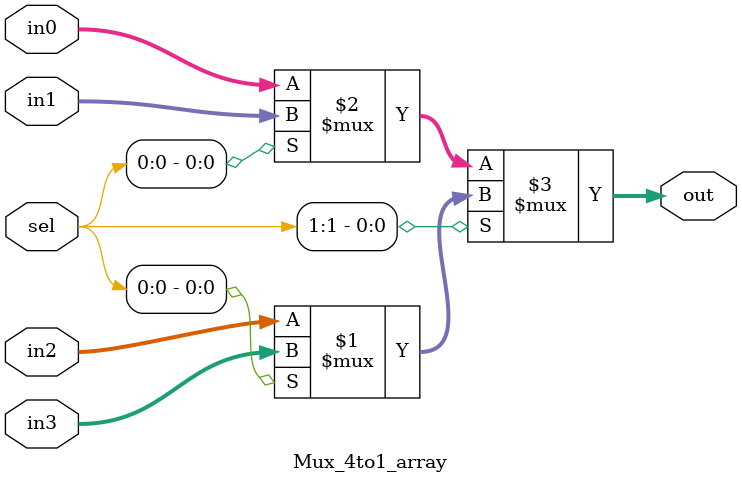
<source format=v>
module Mux_4to1_array (
    out,
    sel,
    in0,
    in1,
    in2,
    in3
);
    input [1:0] sel;
    input [31:0] in0, in1, in2, in3;
    output [31:0] out;

    assign out = sel[1] ? (sel[0] ? in3 : in2) : (sel[0] ? in1 : in0);
endmodule

</source>
